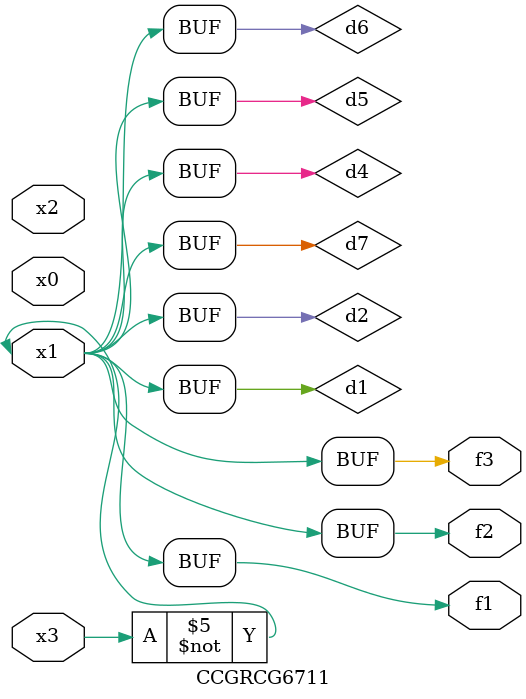
<source format=v>
module CCGRCG6711(
	input x0, x1, x2, x3,
	output f1, f2, f3
);

	wire d1, d2, d3, d4, d5, d6, d7;

	not (d1, x3);
	buf (d2, x1);
	xnor (d3, d1, d2);
	nor (d4, d1);
	buf (d5, d1, d2);
	buf (d6, d4, d5);
	nand (d7, d4);
	assign f1 = d6;
	assign f2 = d7;
	assign f3 = d6;
endmodule

</source>
